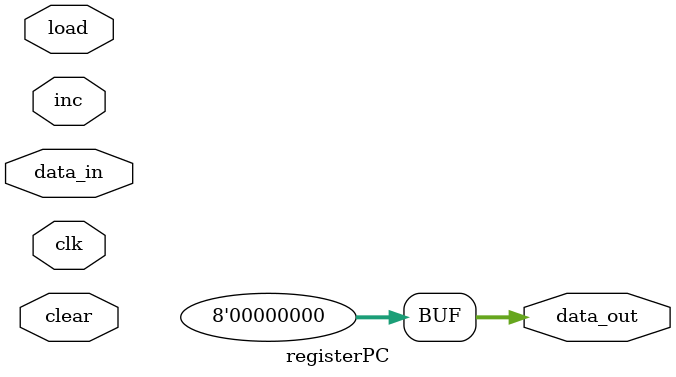
<source format=v>
module registerIR(clk, load, clear,/* inc, jump,*/ pass, data_in, data_out); // IR and PC
	input clk;
	input load;
	input clear;
	//input inc;
	/*input jump;*/
	input pass;
	input [7:0] data_in;
	output [7:0] data_out = 8'b0;
	
	reg [7:0] data_out = 8'b0;
	reg [7:0] data_out2 = 8'b0;
	
	
	always @(negedge clk)
		begin
			if (load) data_out2 <= data_in;
			else if (clear) data_out2 <= 8'd0;
			//else if (inc)  data_out2 <= data_out2 + 8'd1;
			//else if (jump) data_out2 <= data_in;
			else data_out2 <= data_out2;
	   end
		
	always @(*)
		begin
			if (pass) data_out <= data_in;
			else data_out <= data_out2;
		end
endmodule

module registerPC(clk, load, clear, inc, /*jump, pass,*/ data_in, data_out); // IR and PC
	input clk;
	input load;
	input clear;
	input inc;
	/*input jump;*/
	//input pass;
	input [7:0] data_in;
	output [7:0] data_out = 8'b0;
	
	reg [7:0] data_out = 8'b0;
	//reg [7:0] data_out2 = 0;
	
	
	always @(negedge clk)
		begin
			if (load) data_out <= data_in;
			else if (clear) data_out <= 8'd0;
			else if (inc)  data_out <= data_out + 8'd1;
			//else if (jump) data_out2 <= data_in;
			else data_out <= data_out;
	   end
		
	/*always @(*)
		begin
			if (pass) data_out <= data_in;
			else data_out <= data_out2;
		end*/
endmodule
/*`timescale 1ns/10ps

module register8_tb();
	reg clk = 0;	
	reg load;
	reg clear;
	reg pass;
	reg jump;
	reg inc;
	reg [7:0] data_in;
	wire [7:0] data_out;
	
	register8 regtb(
	.clk(clk),
	.load(load),
	.clear(clear),
	.jump(jump),
	.inc(inc),
	.pass(pass),
	.data_in(data_in),
	.data_out(data_out)
	);
	
always begin
   #40 clk <= ~clk;
end 
	
initial begin
		clear <= 0;
		load <= 0;	
		pass <= 0;
		inc <= 0;
		jump <= 0;
		data_in <= 8'b11110000;
		#200
		clear <= 0;
		load <= 0;
		pass <= 1;
		inc <= 0;
		jump <= 0;
		#100
		clear <= 0;
		load <= 0;
		pass <= 0;
		inc <= 0;
		jump <= 0;
		#2000
		clear <= 1;
		load <= 0;
		pass <= 0;
		inc <= 0;
		jump <= 0;
		#100
		clear <= 0;
		load <= 0;
		pass <= 1;
		inc <= 0;
		jump <= 0;
		#200
		load <= 1;
		clear <= 0;
		jump <= 0;
		pass <= 1;
		data_in <= 8'b10100101;
		#100
		pass <= 0;
      load <= 0;
      #200
		jump <= 1;
		pass <= 0;
		clear <= 0;
 
		#1000;
		$finish;
	end
endmodule*/
</source>
